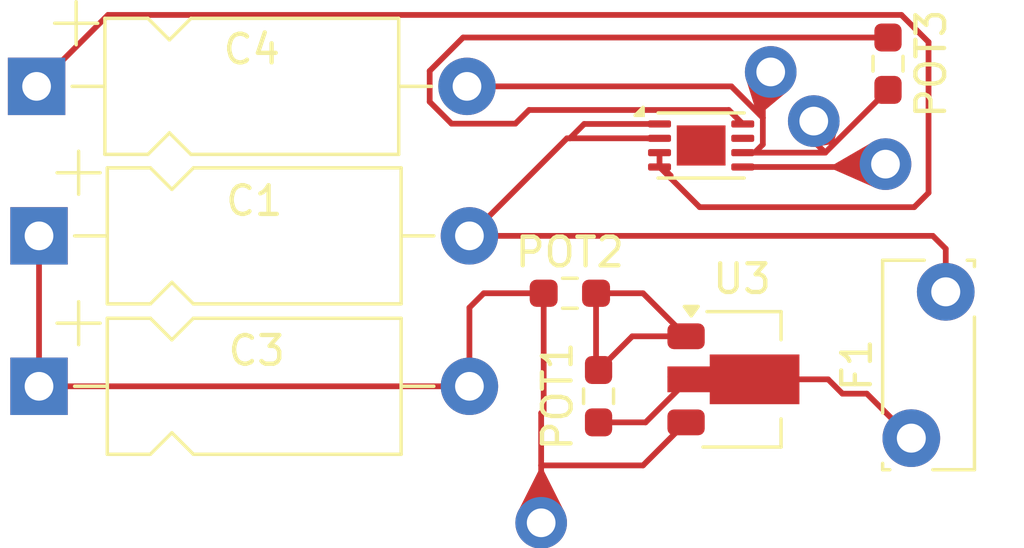
<source format=kicad_pcb>
(kicad_pcb (version 20240108) (generator "pcbnew") (generator_version "8.0")
  (layers (0 "F.Cu" signal) (31 "B.Cu" signal) (34 "B.Paste" user) (35 "F.Paste" user) (36 "B.SilkS" user "B.Silkscreen") (37 "F.SilkS" user "F.Silkscreen") (38 "B.Mask" user) (39 "F.Mask" user) (44 "Edge.Cuts" user))
  (net 0 "")
  (net 1 "/7,3V |1A Output")
  (net 2 "+16V")
  (net 3 "-16V")
  (net 4 "+7.5V")
  (net 5 "Net-(U3-VO)")
  (net 6 "Net-(U3-ADJ)")
  (net 7 "Net-(U1-PROG)")
  (net 9 "+1V0")
  (footprint "Resistor_SMD:R_0603_1608Metric_Pad0.98x0.95mm_HandSolder" (layer "F.Cu") (at 164.5 44.5)
    (property "Reference" "POT2" (at 0 -1.43 0) (layer "F.SilkS"))
    (property "Value" "1,4kΩ")
    (fp_line (start -0.254724 -0.5225) (end 0.254724 -0.5225) (stroke (width 0.12)) (layer "F.SilkS"))
    (fp_line (start -0.254724 0.5225) (end 0.254724 0.5225) (stroke (width 0.12)) (layer "F.SilkS"))
    (pad "1" smd roundrect (at -0.9125 0) (size 0.975 0.95) (layers "F.Cu" "F.Paste" "F.Mask") (net 2 "+16V"))
    (pad "2" smd roundrect (at 0.9125 0) (size 0.975 0.95) (layers "F.Cu" "F.Paste" "F.Mask") (net 6 "Net-(U3-ADJ)"))
  )
  (footprint "Package_TO_SOT_SMD:SOT-89-3" (layer "F.Cu") (at 170.5 47.5)
    (property "Reference" "U3" (at 0 -3.5 0) (layer "F.SilkS"))
    (property "Value" "LM317L_SOT-89")
    (fp_line (start -1.22 -2.36) (end 1.36 -2.36) (stroke (width 0.12)) (layer "F.SilkS"))
    (fp_line (start 1.36 -1.38) (end 1.36 -2.36) (stroke (width 0.12)) (layer "F.SilkS"))
    (fp_line (start 1.36 1.38) (end 1.36 2.36) (stroke (width 0.12)) (layer "F.SilkS"))
    (fp_line (start 1.36 2.36) (end -1.36 2.36) (stroke (width 0.12)) (layer "F.SilkS"))
    (fp_poly (pts (xy -1.77 -2.21) (xy -2.01 -2.54) (xy -1.53 -2.54) (xy -1.77 -2.21)) (stroke (width 0.12)) (fill solid) (layer "F.SilkS"))
    (pad "1" smd roundrect (at -1.95 -1.5) (size 1.3 0.9) (layers "F.Cu" "F.Paste" "F.Mask") (net 6 "Net-(U3-ADJ)"))
    (pad "2" smd custom (at -1.8625 0) (size 1.475 0.9) (layers "F.Cu" "F.Paste" "F.Mask") (net 5 "Net-(U3-VO)") (options (clearance outline) (anchor rect)) (primitives (gr_poly (pts (xy 3.8625 0.8665) (xy 0.7375 0.8665) (xy 0.7375 -0.8665) (xy 3.8625 -0.8665)) (width 0) (fill yes))))
    (pad "3" smd roundrect (at -1.95 1.5) (size 1.3 0.9) (layers "F.Cu" "F.Paste" "F.Mask") (net 2 "+16V"))
  )
  (footprint "Resistor_SMD:R_0603_1608Metric_Pad0.98x0.95mm_HandSolder" (layer "F.Cu") (at 165.5 48.0875 90)
    (property "Reference" "POT1" (at 0 -1.43 90) (layer "F.SilkS"))
    (property "Value" "240Ω")
    (fp_line (start -0.254724 -0.5225) (end 0.254724 -0.5225) (stroke (width 0.12)) (layer "F.SilkS"))
    (fp_line (start -0.254724 0.5225) (end 0.254724 0.5225) (stroke (width 0.12)) (layer "F.SilkS"))
    (pad "1" smd roundrect (at -0.9125 0 90) (size 0.975 0.95) (layers "F.Cu" "F.Paste" "F.Mask") (net 5 "Net-(U3-VO)"))
    (pad "2" smd roundrect (at 0.9125 0 90) (size 0.975 0.95) (layers "F.Cu" "F.Paste" "F.Mask") (net 6 "Net-(U3-ADJ)"))
  )
  (footprint "Capacitor_THT:CP_Axial_L10.0mm_D4.5mm_P15.00mm_Horizontal" (layer "F.Cu") (at 146 47.7425)
    (property "Reference" "C3" (at 7.585 -1.2425 0) (layer "F.SilkS"))
    (property "Value" "0,47uF")
    (fp_line (start 0.63 -2.2) (end 2.13 -2.2) (stroke (width 0.12)) (layer "F.SilkS"))
    (fp_line (start 1.24 0) (end 2.38 0) (stroke (width 0.12)) (layer "F.SilkS"))
    (fp_line (start 1.38 -2.95) (end 1.38 -1.45) (stroke (width 0.12)) (layer "F.SilkS"))
    (fp_line (start 2.38 -2.37) (end 2.38 2.37) (stroke (width 0.12)) (layer "F.SilkS"))
    (fp_line (start 2.38 -2.37) (end 3.88 -2.37) (stroke (width 0.12)) (layer "F.SilkS"))
    (fp_line (start 2.38 2.37) (end 3.88 2.37) (stroke (width 0.12)) (layer "F.SilkS"))
    (fp_line (start 3.88 -2.37) (end 4.63 -1.62) (stroke (width 0.12)) (layer "F.SilkS"))
    (fp_line (start 3.88 2.37) (end 4.63 1.62) (stroke (width 0.12)) (layer "F.SilkS"))
    (fp_line (start 4.63 -1.62) (end 5.38 -2.37) (stroke (width 0.12)) (layer "F.SilkS"))
    (fp_line (start 4.63 1.62) (end 5.38 2.37) (stroke (width 0.12)) (layer "F.SilkS"))
    (fp_line (start 5.38 -2.37) (end 12.62 -2.37) (stroke (width 0.12)) (layer "F.SilkS"))
    (fp_line (start 5.38 2.37) (end 12.62 2.37) (stroke (width 0.12)) (layer "F.SilkS"))
    (fp_line (start 12.62 -2.37) (end 12.62 2.37) (stroke (width 0.12)) (layer "F.SilkS"))
    (fp_line (start 13.76 0) (end 12.62 0) (stroke (width 0.12)) (layer "F.SilkS"))
    (pad "1" thru_hole rect (at 0 0) (size 2 2) (drill 1) (layers "*.Cu" "*.Mask") (net 2 "+16V"))
    (pad "2" thru_hole oval (at 15 0) (size 2 2) (drill 1) (layers "*.Cu" "*.Mask") (net 2 "+16V"))
  )
  (footprint "Resistor_SMD:R_0603_1608Metric_Pad0.98x0.95mm_HandSolder" (layer "F.Cu") (at 175.5875 36.5 -90)
    (property "Reference" "POT3" (at 0 -1.5 90) (layer "F.SilkS"))
    (property "Value" "1kΩ")
    (fp_line (start -0.254724 0.5225) (end 0.254724 0.5225) (stroke (width 0.12)) (layer "F.SilkS"))
    (fp_line (start -0.254724 -0.5225) (end 0.254724 -0.5225) (stroke (width 0.12)) (layer "F.SilkS"))
    (pad "1" smd roundrect (at -0.9125 0 270) (size 0.975 0.95) (layers "F.Cu" "F.Paste" "F.Mask") (net 7 "Net-(U1-PROG)"))
    (pad "2" smd roundrect (at 0.9125 0 270) (size 0.975 0.95) (layers "F.Cu" "F.Paste" "F.Mask") (net 3 "-16V"))
  )
  (footprint "Capacitor_THT:CP_Axial_L10.0mm_D4.5mm_P15.00mm_Horizontal" (layer "F.Cu") (at 146 42.5)
    (property "Reference" "C1" (at 7.5 -1.22 0) (layer "F.SilkS"))
    (property "Value" "1uF")
    (fp_line (start 0.63 -2.2) (end 2.13 -2.2) (stroke (width 0.12)) (layer "F.SilkS"))
    (fp_line (start 1.24 0) (end 2.38 0) (stroke (width 0.12)) (layer "F.SilkS"))
    (fp_line (start 1.38 -2.95) (end 1.38 -1.45) (stroke (width 0.12)) (layer "F.SilkS"))
    (fp_line (start 2.38 -2.37) (end 2.38 2.37) (stroke (width 0.12)) (layer "F.SilkS"))
    (fp_line (start 2.38 -2.37) (end 3.88 -2.37) (stroke (width 0.12)) (layer "F.SilkS"))
    (fp_line (start 2.38 2.37) (end 3.88 2.37) (stroke (width 0.12)) (layer "F.SilkS"))
    (fp_line (start 3.88 -2.37) (end 4.63 -1.62) (stroke (width 0.12)) (layer "F.SilkS"))
    (fp_line (start 3.88 2.37) (end 4.63 1.62) (stroke (width 0.12)) (layer "F.SilkS"))
    (fp_line (start 4.63 -1.62) (end 5.38 -2.37) (stroke (width 0.12)) (layer "F.SilkS"))
    (fp_line (start 4.63 1.62) (end 5.38 2.37) (stroke (width 0.12)) (layer "F.SilkS"))
    (fp_line (start 5.38 -2.37) (end 12.62 -2.37) (stroke (width 0.12)) (layer "F.SilkS"))
    (fp_line (start 5.38 2.37) (end 12.62 2.37) (stroke (width 0.12)) (layer "F.SilkS"))
    (fp_line (start 12.62 -2.37) (end 12.62 2.37) (stroke (width 0.12)) (layer "F.SilkS"))
    (fp_line (start 13.76 0) (end 12.62 0) (stroke (width 0.12)) (layer "F.SilkS"))
    (pad "1" thru_hole rect (at 0 0) (size 2 2) (drill 1) (layers "*.Cu" "*.Mask") (net 2 "+16V"))
    (pad "2" thru_hole oval (at 15 0) (size 2 2) (drill 1) (layers "*.Cu" "*.Mask") (net 1 "/7,3V |1A Output"))
  )
  (footprint "Fuse:Fuse_Bourns_MF-RG300" (layer "F.Cu") (at 176.4 49.55 90)
    (property "Reference" "F1" (at 2.55 -1.9 90) (layer "F.SilkS"))
    (property "Value" "Polyfuse")
    (fp_line (start 6.2 -1) (end 6.2 0.451) (stroke (width 0.12)) (layer "F.SilkS"))
    (fp_line (start 0.879 -1) (end 6.2 -1) (stroke (width 0.12)) (layer "F.SilkS"))
    (fp_line (start -1.1 -1) (end -0.879 -1) (stroke (width 0.12)) (layer "F.SilkS"))
    (fp_line (start -1.1 -1) (end -1.1 -0.75) (stroke (width 0.12)) (layer "F.SilkS"))
    (fp_line (start -1.1 0.75) (end -1.1 2.2) (stroke (width 0.12)) (layer "F.SilkS"))
    (fp_line (start 6.2 1.95) (end 6.2 2.2) (stroke (width 0.12)) (layer "F.SilkS"))
    (fp_line (start 5.979 2.2) (end 6.2 2.2) (stroke (width 0.12)) (layer "F.SilkS"))
    (fp_line (start -1.1 2.2) (end 4.222 2.2) (stroke (width 0.12)) (layer "F.SilkS"))
    (pad "1" thru_hole circle (at 0 0 90) (size 2.01 2.01) (drill 1.01) (layers "*.Cu" "*.Mask") (net 5 "Net-(U3-VO)"))
    (pad "2" thru_hole circle (at 5.1 1.2 90) (size 2.01 2.01) (drill 1.01) (layers "*.Cu" "*.Mask") (net 1 "/7,3V |1A Output"))
  )
  (footprint "Package_DFN_QFN:DFN-8-1EP_3x2mm_P0.5mm_EP1.7x1.4mm" (layer "F.Cu") (at 169.075 39.35)
    (property "Reference" "U1" (hide yes))
    (property "Value" "MCP73831-2-MC" (hide yes))
    (fp_line (start -1.5 -1.135) (end 1.5 -1.135) (stroke (width 0.12)) (layer "F.SilkS"))
    (fp_line (start -1.5 1.135) (end 1.5 1.135) (stroke (width 0.12)) (layer "F.SilkS"))
    (fp_poly (pts (xy -2.02 -1.05) (xy -2.3 -1.05) (xy -2.02 -1.33) (xy -2.02 -1.05)) (stroke (width 0.12)) (fill solid) (layer "F.SilkS"))
    (pad "1" smd roundrect (at -1.45 -0.75) (size 0.8 0.25) (layers "F.Cu" "F.Paste" "F.Mask") (net 1 "/7,3V |1A Output"))
    (pad "2" smd roundrect (at -1.45 -0.25) (size 0.8 0.25) (layers "F.Cu" "F.Paste" "F.Mask") (net 1 "/7,3V |1A Output"))
    (pad "3" smd roundrect (at -1.45 0.25) (size 0.8 0.25) (layers "F.Cu" "F.Paste" "F.Mask") (net 4 "+7.5V"))
    (pad "4" smd roundrect (at -1.45 0.75) (size 0.8 0.25) (layers "F.Cu" "F.Paste" "F.Mask") (net 4 "+7.5V"))
    (pad "5" smd roundrect (at 1.45 0.75) (size 0.8 0.25) (layers "F.Cu" "F.Paste" "F.Mask") (net 9 "+1V0"))
    (pad "6" smd roundrect (at 1.45 0.25) (size 0.8 0.25) (layers "F.Cu" "F.Paste" "F.Mask") (net 3 "-16V"))
    (pad "7" smd roundrect (at 1.45 -0.25) (size 0.8 0.25) (layers "F.Cu" "F.Paste" "F.Mask"))
    (pad "8" smd roundrect (at 1.45 -0.75) (size 0.8 0.25) (layers "F.Cu" "F.Paste" "F.Mask") (net 7 "Net-(U1-PROG)"))
    (pad "9" smd rect (at 0 0) (size 1.7 1.4) (property pad_prop_heatsink) (layers "F.Cu" "F.Mask"))
  )
  (footprint "Capacitor_THT:CP_Axial_L10.0mm_D4.5mm_P15.00mm_Horizontal" (layer "F.Cu") (at 145.915 37.29)
    (property "Reference" "C4" (at 7.5 -1.29 0) (layer "F.SilkS"))
    (property "Value" "4,5uF")
    (fp_line (start 0.63 -2.2) (end 2.13 -2.2) (stroke (width 0.12)) (layer "F.SilkS"))
    (fp_line (start 1.24 0) (end 2.38 0) (stroke (width 0.12)) (layer "F.SilkS"))
    (fp_line (start 1.38 -2.95) (end 1.38 -1.45) (stroke (width 0.12)) (layer "F.SilkS"))
    (fp_line (start 2.38 -2.37) (end 2.38 2.37) (stroke (width 0.12)) (layer "F.SilkS"))
    (fp_line (start 2.38 -2.37) (end 3.88 -2.37) (stroke (width 0.12)) (layer "F.SilkS"))
    (fp_line (start 2.38 2.37) (end 3.88 2.37) (stroke (width 0.12)) (layer "F.SilkS"))
    (fp_line (start 3.88 -2.37) (end 4.63 -1.62) (stroke (width 0.12)) (layer "F.SilkS"))
    (fp_line (start 3.88 2.37) (end 4.63 1.62) (stroke (width 0.12)) (layer "F.SilkS"))
    (fp_line (start 4.63 -1.62) (end 5.38 -2.37) (stroke (width 0.12)) (layer "F.SilkS"))
    (fp_line (start 4.63 1.62) (end 5.38 2.37) (stroke (width 0.12)) (layer "F.SilkS"))
    (fp_line (start 5.38 -2.37) (end 12.62 -2.37) (stroke (width 0.12)) (layer "F.SilkS"))
    (fp_line (start 5.38 2.37) (end 12.62 2.37) (stroke (width 0.12)) (layer "F.SilkS"))
    (fp_line (start 12.62 -2.37) (end 12.62 2.37) (stroke (width 0.12)) (layer "F.SilkS"))
    (fp_line (start 13.76 0) (end 12.62 0) (stroke (width 0.12)) (layer "F.SilkS"))
    (pad "1" thru_hole rect (at 0 0) (size 2 2) (drill 1) (layers "*.Cu" "*.Mask") (net 4 "+7.5V"))
    (pad "2" thru_hole oval (at 15 0) (size 2 2) (drill 1) (layers "*.Cu" "*.Mask") (net 3 "-16V"))
  )
  (segment (start 164.5 39.1) (end 167.625 39.1) (width 0.2) (layer "F.Cu") (net 1))
  (segment (start 167.210614 39.1) (end 167.625 39.1) (width 0.2) (layer "F.Cu") (net 1))
  (segment (start 164.4 39.1) (end 164.5 39.1) (width 0.2) (layer "F.Cu") (net 1))
  (segment (start 165 38.6) (end 164.5 39.1) (width 0.2) (layer "F.Cu") (net 1))
  (segment (start 161.05 42.45) (end 161 42.5) (width 0.2) (layer "F.Cu") (net 1))
  (segment (start 167.625 38.6) (end 165 38.6) (width 0.2) (layer "F.Cu") (net 1))
  (segment (start 177.6 42.95) (end 177.6 44.45) (width 0.2) (layer "F.Cu") (net 1))
  (segment (start 161 42.5) (end 164.4 39.1) (width 0.2) (layer "F.Cu") (net 1))
  (segment (start 177.15 42.5) (end 177.6 42.95) (width 0.2) (layer "F.Cu") (net 1))
  (segment (start 177.15 42.5) (end 161 42.5) (width 0.2) (layer "F.Cu") (net 1))
  (segment (start 146 42.5) (end 146 47.7425) (width 0.2) (layer "F.Cu") (net 2))
  (segment (start 163.5 50.5) (end 167.05 50.5) (width 0.2) (layer "F.Cu") (net 2))
  (segment (start 163.5875 48.5875) (end 163.5 48.675) (width 0.2) (layer "F.Cu") (net 2))
  (segment (start 163.5 50.5) (end 163.5 52.5) (width 0.2) (layer "F.Cu") (net 2))
  (segment (start 146 47.7425) (end 161 47.7425) (width 0.2) (layer "F.Cu") (net 2))
  (segment (start 161.5 44.5) (end 163.5875 44.5) (width 0.2) (layer "F.Cu") (net 2))
  (segment (start 161 45) (end 161.5 44.5) (width 0.2) (layer "F.Cu") (net 2))
  (segment (start 167.05 50.5) (end 168.55 49) (width 0.2) (layer "F.Cu") (net 2))
  (segment (start 161 47.7425) (end 161 45) (width 0.2) (layer "F.Cu") (net 2))
  (segment (start 163.5875 44.5) (end 163.5875 48.5875) (width 0.2) (layer "F.Cu") (net 2))
  (segment (start 163.5 48.675) (end 163.5 50.5) (width 0.2) (layer "F.Cu") (net 2))
  (via (at 163.5 52.5) (size 1.8) (drill 1) (layers "F.Cu" "B.Cu") (net 2))
  (segment (start 173.4 39.6) (end 170.525 39.6) (width 0.2) (layer "F.Cu") (net 3))
  (segment (start 175.5875 37.4125) (end 173.4 39.6) (width 0.2) (layer "F.Cu") (net 3))
  (segment (start 173 39.2) (end 173.4 39.6) (width 0.2) (layer "F.Cu") (net 3))
  (segment (start 171.225 37.0625) (end 171.225 38.385614) (width 0.2) (layer "F.Cu") (net 3))
  (segment (start 170.129386 37.29) (end 171.225 38.385614) (width 0.2) (layer "F.Cu") (net 3))
  (segment (start 175.5875 37.4125) (end 175.275 37.1) (width 0.2) (layer "F.Cu") (net 3))
  (segment (start 171.225 39.314386) (end 170.939386 39.6) (width 0.2) (layer "F.Cu") (net 3))
  (segment (start 173 38.5) (end 173 39.2) (width 0.2) (layer "F.Cu") (net 3))
  (segment (start 171.225 38.385614) (end 171.225 39.314386) (width 0.2) (layer "F.Cu") (net 3))
  (segment (start 171.5 36.7875) (end 171.225 37.0625) (width 0.2) (layer "F.Cu") (net 3))
  (segment (start 160.915 37.29) (end 170.129386 37.29) (width 0.2) (layer "F.Cu") (net 3))
  (segment (start 170.939386 39.6) (end 170.525 39.6) (width 0.2) (layer "F.Cu") (net 3))
  (via (at 171.5 36.7875) (size 1.8) (drill 1) (layers "F.Cu" "B.Cu") (net 3))
  (via (at 173 38.5) (size 1.8) (drill 1) (layers "F.Cu" "B.Cu") (net 3))
  (segment (start 167.625 39.6) (end 167.625 40.014386) (width 0.2) (layer "F.Cu") (net 4))
  (segment (start 168.0125 40.401886) (end 168.0125 40.4875) (width 0.2) (layer "F.Cu") (net 4))
  (segment (start 177 35.745778) (end 177 41) (width 0.2) (layer "F.Cu") (net 4))
  (segment (start 167.625 40.014386) (end 168.0125 40.401886) (width 0.2) (layer "F.Cu") (net 4))
  (segment (start 148.405 34.8) (end 176.054222 34.8) (width 0.2) (layer "F.Cu") (net 4))
  (segment (start 176.054222 34.8) (end 177 35.745778) (width 0.2) (layer "F.Cu") (net 4))
  (segment (start 176.5 41.5) (end 169.025 41.5) (width 0.2) (layer "F.Cu") (net 4))
  (segment (start 169.025 41.5) (end 168.0125 40.4875) (width 0.2) (layer "F.Cu") (net 4))
  (segment (start 177 41) (end 176.5 41.5) (width 0.2) (layer "F.Cu") (net 4))
  (segment (start 145.915 37.29) (end 148.405 34.8) (width 0.2) (layer "F.Cu") (net 4))
  (segment (start 168.0125 40.4875) (end 167.625 40.1) (width 0.2) (layer "F.Cu") (net 4))
  (segment (start 174 48) (end 174.85 48) (width 0.2) (layer "F.Cu") (net 5))
  (segment (start 174.85 48) (end 176.4 49.55) (width 0.2) (layer "F.Cu") (net 5))
  (segment (start 165.5 49) (end 167.1375 49) (width 0.2) (layer "F.Cu") (net 5))
  (segment (start 173.5 47.5) (end 168.6375 47.5) (width 0.2) (layer "F.Cu") (net 5))
  (segment (start 167.1375 49) (end 168.6375 47.5) (width 0.2) (layer "F.Cu") (net 5))
  (segment (start 173.5 47.5) (end 174 48) (width 0.2) (layer "F.Cu") (net 5))
  (segment (start 168.1375 47.55) (end 168 47.4125) (width 0.2) (layer "F.Cu") (net 5))
  (segment (start 165.4125 44.5) (end 167.05 44.5) (width 0.2) (layer "F.Cu") (net 6))
  (segment (start 166.675 46) (end 168.55 46) (width 0.2) (layer "F.Cu") (net 6))
  (segment (start 165.4125 47.0875) (end 165.5 47.175) (width 0.2) (layer "F.Cu") (net 6))
  (segment (start 165.4125 44.5) (end 165.4125 47.0875) (width 0.2) (layer "F.Cu") (net 6))
  (segment (start 167.05 44.5) (end 168.55 46) (width 0.2) (layer "F.Cu") (net 6))
  (segment (start 165.5 47.175) (end 166.675 46) (width 0.2) (layer "F.Cu") (net 6))
  (segment (start 162.601522 38.59) (end 163.078372 38.11315) (width 0.2) (layer "F.Cu") (net 7))
  (segment (start 170.03815 38.11315) (end 170.525 38.6) (width 0.2) (layer "F.Cu") (net 7))
  (segment (start 160.376522 38.59) (end 162.601522 38.59) (width 0.2) (layer "F.Cu") (net 7))
  (segment (start 175.5875 35.5875) (end 160.779022 35.5875) (width 0.2) (layer "F.Cu") (net 7))
  (segment (start 159.615 36.751522) (end 159.615 37.828478) (width 0.2) (layer "F.Cu") (net 7))
  (segment (start 159.615 37.828478) (end 160.376522 38.59) (width 0.2) (layer "F.Cu") (net 7))
  (segment (start 160.779022 35.5875) (end 159.615 36.751522) (width 0.2) (layer "F.Cu") (net 7))
  (segment (start 163.078372 38.11315) (end 170.03815 38.11315) (width 0.2) (layer "F.Cu") (net 7))
  (segment (start 170.525 40.1) (end 175.4 40.1) (width 0.2) (layer "F.Cu") (net 9))
  (segment (start 175.4 40.1) (end 175.5 40) (width 0.2) (layer "F.Cu") (net 9))
  (via (at 175.5 40) (size 1.8) (drill 1) (layers "F.Cu" "B.Cu") (net 9))
)
</source>
